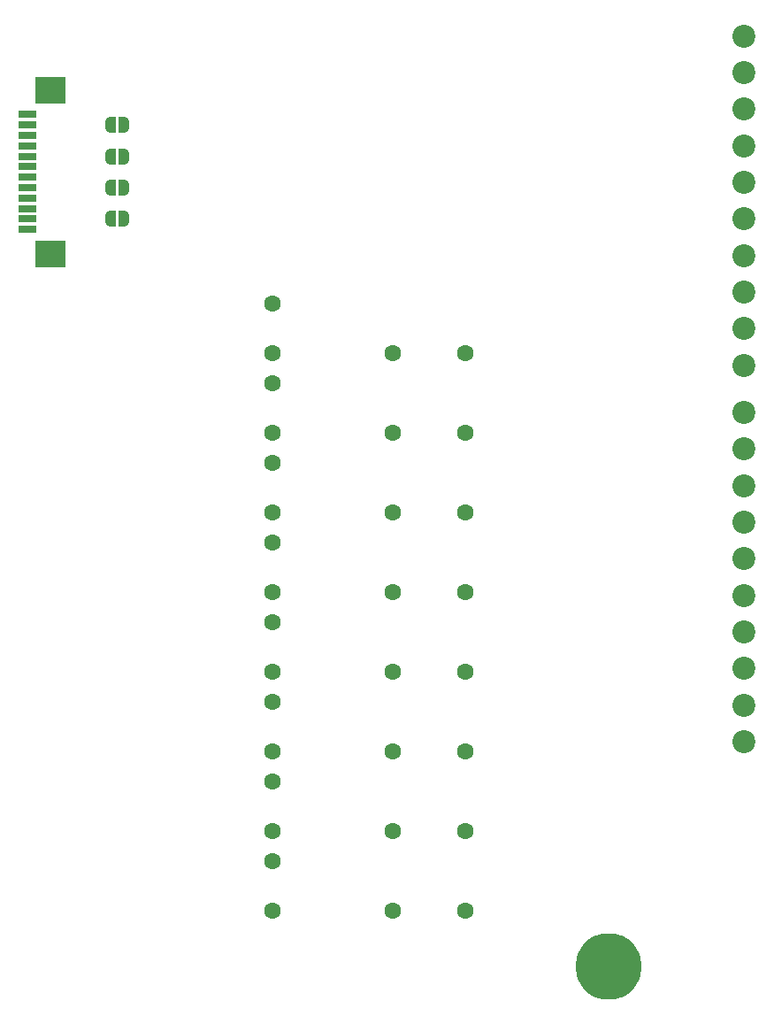
<source format=gbr>
%TF.GenerationSoftware,KiCad,Pcbnew,9.0.0*%
%TF.CreationDate,2025-03-10T21:13:25+03:00*%
%TF.ProjectId,PM_CNV-RQ8,504d5f43-4e56-42d5-9251-382e6b696361,rev?*%
%TF.SameCoordinates,Original*%
%TF.FileFunction,Soldermask,Bot*%
%TF.FilePolarity,Negative*%
%FSLAX46Y46*%
G04 Gerber Fmt 4.6, Leading zero omitted, Abs format (unit mm)*
G04 Created by KiCad (PCBNEW 9.0.0) date 2025-03-10 21:13:25*
%MOMM*%
%LPD*%
G01*
G04 APERTURE LIST*
G04 Aperture macros list*
%AMFreePoly0*
4,1,23,0.500000,-0.750000,0.000000,-0.750000,0.000000,-0.745722,-0.065263,-0.745722,-0.191342,-0.711940,-0.304381,-0.646677,-0.396677,-0.554381,-0.461940,-0.441342,-0.495722,-0.315263,-0.495722,-0.250000,-0.500000,-0.250000,-0.500000,0.250000,-0.495722,0.250000,-0.495722,0.315263,-0.461940,0.441342,-0.396677,0.554381,-0.304381,0.646677,-0.191342,0.711940,-0.065263,0.745722,0.000000,0.745722,
0.000000,0.750000,0.500000,0.750000,0.500000,-0.750000,0.500000,-0.750000,$1*%
%AMFreePoly1*
4,1,23,0.000000,0.745722,0.065263,0.745722,0.191342,0.711940,0.304381,0.646677,0.396677,0.554381,0.461940,0.441342,0.495722,0.315263,0.495722,0.250000,0.500000,0.250000,0.500000,-0.250000,0.495722,-0.250000,0.495722,-0.315263,0.461940,-0.441342,0.396677,-0.554381,0.304381,-0.646677,0.191342,-0.711940,0.065263,-0.745722,0.000000,-0.745722,0.000000,-0.750000,-0.500000,-0.750000,
-0.500000,0.750000,0.000000,0.750000,0.000000,0.745722,0.000000,0.745722,$1*%
G04 Aperture macros list end*
%ADD10R,1.803400X0.635000*%
%ADD11R,2.997200X2.590800*%
%ADD12C,1.608000*%
%ADD13C,2.200000*%
%ADD14O,6.350000X6.350000*%
%ADD15FreePoly0,0.000000*%
%ADD16FreePoly1,0.000000*%
G04 APERTURE END LIST*
D10*
%TO.C,J2*%
X-33556000Y35499992D03*
X-33556000Y34499994D03*
X-33556000Y33499996D03*
X-33556000Y32499998D03*
X-33556000Y31500000D03*
X-33556000Y30500000D03*
X-33556000Y29500000D03*
X-33556000Y28500000D03*
X-33556000Y27500002D03*
X-33556000Y26500004D03*
X-33556000Y25500006D03*
X-33556000Y24500008D03*
D11*
X-31385999Y37850003D03*
X-31385999Y22149997D03*
%TD*%
D12*
%TO.C,K4*%
X-10160000Y-10160000D03*
X1340000Y-10160000D03*
X8340000Y-10160000D03*
X-10160000Y-5460000D03*
%TD*%
%TO.C,K5*%
X-10160000Y-17780000D03*
X1340000Y-17780000D03*
X8340000Y-17780000D03*
X-10160000Y-13080000D03*
%TD*%
%TO.C,K6*%
X-10160000Y-25400000D03*
X1340000Y-25400000D03*
X8340000Y-25400000D03*
X-10160000Y-20700000D03*
%TD*%
%TO.C,K8*%
X-10160000Y-40640000D03*
X1340000Y-40640000D03*
X8340000Y-40640000D03*
X-10160000Y-35940000D03*
%TD*%
%TO.C,K1*%
X-10160000Y12700000D03*
X1340000Y12700000D03*
X8340000Y12700000D03*
X-10160000Y17400000D03*
%TD*%
D13*
%TO.C,J8*%
X35000000Y-24500000D03*
X35000000Y-21000000D03*
X35000000Y-17500000D03*
X35000000Y-14000000D03*
X35000000Y-10500000D03*
X35000000Y-7000000D03*
X35000000Y-3500000D03*
X35000000Y0D03*
X35000000Y3500000D03*
X35000000Y7000000D03*
%TD*%
D12*
%TO.C,K7*%
X-10160000Y-33020000D03*
X1340000Y-33020000D03*
X8340000Y-33020000D03*
X-10160000Y-28320000D03*
%TD*%
D14*
%TO.C,PE1*%
X22000000Y-46000000D03*
%TD*%
D12*
%TO.C,K3*%
X-10160000Y-2540000D03*
X1340000Y-2540000D03*
X8340000Y-2540000D03*
X-10160000Y2160000D03*
%TD*%
%TO.C,K2*%
X-10160000Y5080000D03*
X1340000Y5080000D03*
X8340000Y5080000D03*
X-10160000Y9780000D03*
%TD*%
D13*
%TO.C,J7*%
X35000000Y11500000D03*
X35000000Y15000000D03*
X35000000Y18500000D03*
X35000000Y22000000D03*
X35000000Y25500000D03*
X35000000Y29000000D03*
X35000000Y32500000D03*
X35000000Y36000000D03*
X35000000Y39500000D03*
X35000000Y43000000D03*
%TD*%
D15*
%TO.C,JP3*%
X-25650000Y28500000D03*
D16*
X-24350000Y28500000D03*
%TD*%
D15*
%TO.C,JP4*%
X-25650000Y25500000D03*
D16*
X-24350000Y25500000D03*
%TD*%
D15*
%TO.C,JP1*%
X-25650000Y34500000D03*
D16*
X-24350000Y34500000D03*
%TD*%
D15*
%TO.C,JP2*%
X-25650000Y31500000D03*
D16*
X-24350000Y31500000D03*
%TD*%
M02*

</source>
